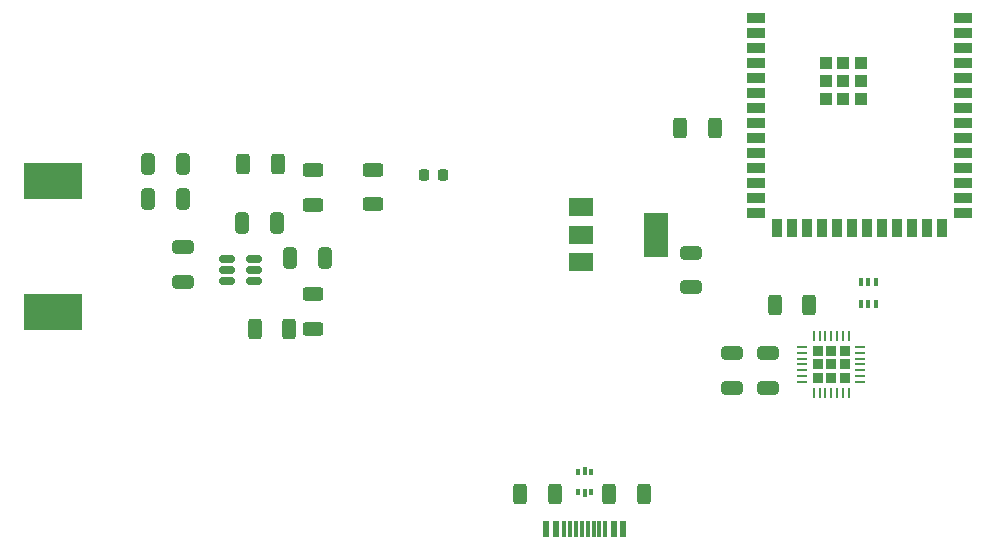
<source format=gbr>
%TF.GenerationSoftware,KiCad,Pcbnew,7.0.7*%
%TF.CreationDate,2024-02-08T23:22:07+01:00*%
%TF.ProjectId,balancing_robot,62616c61-6e63-4696-9e67-5f726f626f74,rev?*%
%TF.SameCoordinates,Original*%
%TF.FileFunction,Paste,Top*%
%TF.FilePolarity,Positive*%
%FSLAX46Y46*%
G04 Gerber Fmt 4.6, Leading zero omitted, Abs format (unit mm)*
G04 Created by KiCad (PCBNEW 7.0.7) date 2024-02-08 23:22:07*
%MOMM*%
%LPD*%
G01*
G04 APERTURE LIST*
G04 Aperture macros list*
%AMRoundRect*
0 Rectangle with rounded corners*
0 $1 Rounding radius*
0 $2 $3 $4 $5 $6 $7 $8 $9 X,Y pos of 4 corners*
0 Add a 4 corners polygon primitive as box body*
4,1,4,$2,$3,$4,$5,$6,$7,$8,$9,$2,$3,0*
0 Add four circle primitives for the rounded corners*
1,1,$1+$1,$2,$3*
1,1,$1+$1,$4,$5*
1,1,$1+$1,$6,$7*
1,1,$1+$1,$8,$9*
0 Add four rect primitives between the rounded corners*
20,1,$1+$1,$2,$3,$4,$5,0*
20,1,$1+$1,$4,$5,$6,$7,0*
20,1,$1+$1,$6,$7,$8,$9,0*
20,1,$1+$1,$8,$9,$2,$3,0*%
G04 Aperture macros list end*
%ADD10R,0.400000X0.650000*%
%ADD11RoundRect,0.250000X-0.650000X0.325000X-0.650000X-0.325000X0.650000X-0.325000X0.650000X0.325000X0*%
%ADD12RoundRect,0.250000X-0.312500X-0.625000X0.312500X-0.625000X0.312500X0.625000X-0.312500X0.625000X0*%
%ADD13R,0.600000X1.450000*%
%ADD14R,0.300000X1.450000*%
%ADD15RoundRect,0.218750X-0.218750X-0.256250X0.218750X-0.256250X0.218750X0.256250X-0.218750X0.256250X0*%
%ADD16RoundRect,0.250000X0.650000X-0.325000X0.650000X0.325000X-0.650000X0.325000X-0.650000X-0.325000X0*%
%ADD17RoundRect,0.250000X-0.325000X-0.650000X0.325000X-0.650000X0.325000X0.650000X-0.325000X0.650000X0*%
%ADD18RoundRect,0.250000X0.312500X0.625000X-0.312500X0.625000X-0.312500X-0.625000X0.312500X-0.625000X0*%
%ADD19RoundRect,0.250000X0.625000X-0.312500X0.625000X0.312500X-0.625000X0.312500X-0.625000X-0.312500X0*%
%ADD20RoundRect,0.250000X-0.625000X0.312500X-0.625000X-0.312500X0.625000X-0.312500X0.625000X0.312500X0*%
%ADD21R,5.000000X3.100000*%
%ADD22RoundRect,0.250000X0.325000X0.650000X-0.325000X0.650000X-0.325000X-0.650000X0.325000X-0.650000X0*%
%ADD23R,1.500000X0.900000*%
%ADD24R,0.900000X1.500000*%
%ADD25R,1.000000X1.000000*%
%ADD26R,2.000000X1.500000*%
%ADD27R,2.000000X3.800000*%
%ADD28R,0.375000X0.500000*%
%ADD29R,0.300000X0.650000*%
%ADD30RoundRect,0.225000X-0.225000X0.225000X-0.225000X-0.225000X0.225000X-0.225000X0.225000X0.225000X0*%
%ADD31RoundRect,0.062500X-0.062500X0.337500X-0.062500X-0.337500X0.062500X-0.337500X0.062500X0.337500X0*%
%ADD32RoundRect,0.062500X-0.337500X0.062500X-0.337500X-0.062500X0.337500X-0.062500X0.337500X0.062500X0*%
%ADD33RoundRect,0.150000X-0.512500X-0.150000X0.512500X-0.150000X0.512500X0.150000X-0.512500X0.150000X0*%
G04 APERTURE END LIST*
D10*
%TO.C,Q1*%
X169350000Y-92900000D03*
X170000000Y-92900000D03*
X170650000Y-92900000D03*
X170650000Y-91000000D03*
X170000000Y-91000000D03*
X169350000Y-91000000D03*
%TD*%
D11*
%TO.C,C2*%
X158500000Y-97000000D03*
X158500000Y-99950000D03*
%TD*%
D12*
%TO.C,R2*%
X148075000Y-109000000D03*
X151000000Y-109000000D03*
%TD*%
D11*
%TO.C,C9*%
X161500000Y-97000000D03*
X161500000Y-99950000D03*
%TD*%
D13*
%TO.C,J2*%
X142750000Y-111955000D03*
X143550000Y-111955000D03*
D14*
X144750000Y-111955000D03*
X145750000Y-111955000D03*
X146250000Y-111955000D03*
X147250000Y-111955000D03*
D13*
X148450000Y-111955000D03*
X149250000Y-111955000D03*
X149250000Y-111955000D03*
X148450000Y-111955000D03*
D14*
X147750000Y-111955000D03*
X146750000Y-111955000D03*
X145250000Y-111955000D03*
X144250000Y-111955000D03*
D13*
X143550000Y-111955000D03*
X142750000Y-111955000D03*
%TD*%
D15*
%TO.C,FB1*%
X132425000Y-82000000D03*
X134000000Y-82000000D03*
%TD*%
D16*
%TO.C,C4*%
X112000000Y-91000000D03*
X112000000Y-88050000D03*
%TD*%
D11*
%TO.C,C5*%
X155000000Y-88525000D03*
X155000000Y-91475000D03*
%TD*%
D12*
%TO.C,R15*%
X154075000Y-78000000D03*
X157000000Y-78000000D03*
%TD*%
D17*
%TO.C,C10*%
X109050000Y-84000000D03*
X112000000Y-84000000D03*
%TD*%
D18*
%TO.C,R13*%
X120000000Y-81000000D03*
X117075000Y-81000000D03*
%TD*%
D19*
%TO.C,R5*%
X123000000Y-95000000D03*
X123000000Y-92075000D03*
%TD*%
D20*
%TO.C,R11*%
X128063184Y-81519092D03*
X128063184Y-84444092D03*
%TD*%
D21*
%TO.C,L1*%
X101000000Y-93550000D03*
X101000000Y-82450000D03*
%TD*%
D17*
%TO.C,C11*%
X109050000Y-81000000D03*
X112000000Y-81000000D03*
%TD*%
D18*
%TO.C,R3*%
X143462500Y-109000000D03*
X140537500Y-109000000D03*
%TD*%
D22*
%TO.C,C12*%
X124000000Y-89000000D03*
X121050000Y-89000000D03*
%TD*%
D19*
%TO.C,R12*%
X123000000Y-84462500D03*
X123000000Y-81537500D03*
%TD*%
D23*
%TO.C,U5*%
X160500000Y-68650000D03*
X160500000Y-69920000D03*
X160500000Y-71190000D03*
X160500000Y-72460000D03*
X160500000Y-73730000D03*
X160500000Y-75000000D03*
X160500000Y-76270000D03*
X160500000Y-77540000D03*
X160500000Y-78810000D03*
X160500000Y-80080000D03*
X160500000Y-81350000D03*
X160500000Y-82620000D03*
X160500000Y-83890000D03*
X160500000Y-85160000D03*
D24*
X162265000Y-86410000D03*
X163535000Y-86410000D03*
X164805000Y-86410000D03*
X166075000Y-86410000D03*
X167345000Y-86410000D03*
X168615000Y-86410000D03*
X169885000Y-86410000D03*
X171155000Y-86410000D03*
X172425000Y-86410000D03*
X173695000Y-86410000D03*
X174965000Y-86410000D03*
X176235000Y-86410000D03*
D23*
X178000000Y-85160000D03*
X178000000Y-83890000D03*
X178000000Y-82620000D03*
X178000000Y-81350000D03*
X178000000Y-80080000D03*
X178000000Y-78810000D03*
X178000000Y-77540000D03*
X178000000Y-76270000D03*
X178000000Y-75000000D03*
X178000000Y-73730000D03*
X178000000Y-72460000D03*
X178000000Y-71190000D03*
X178000000Y-69920000D03*
X178000000Y-68650000D03*
D25*
X166390000Y-72500000D03*
X166390000Y-74000000D03*
X166390000Y-74000000D03*
X166390000Y-75500000D03*
X167890000Y-72500000D03*
X167890000Y-72500000D03*
X167890000Y-74000000D03*
X167890000Y-75500000D03*
X169390000Y-72500000D03*
X169390000Y-74000000D03*
X169390000Y-75500000D03*
%TD*%
D26*
%TO.C,U1*%
X145700000Y-84700000D03*
X145700000Y-87000000D03*
D27*
X152000000Y-87000000D03*
D26*
X145700000Y-89300000D03*
%TD*%
D28*
%TO.C,U2*%
X146537500Y-107075000D03*
D29*
X146000000Y-107000000D03*
D28*
X145462500Y-107075000D03*
X145462500Y-108775000D03*
D29*
X146000000Y-108850000D03*
D28*
X146537500Y-108775000D03*
%TD*%
D30*
%TO.C,U4*%
X168000000Y-96880000D03*
X166880000Y-96880000D03*
X165760000Y-96880000D03*
X168000000Y-98000000D03*
X166880000Y-98000000D03*
X165760000Y-98000000D03*
X168000000Y-99120000D03*
X166880000Y-99120000D03*
X165760000Y-99120000D03*
D31*
X168380000Y-95550000D03*
X167880000Y-95550000D03*
X167380000Y-95550000D03*
X166880000Y-95550000D03*
X166380000Y-95550000D03*
X165880000Y-95550000D03*
X165380000Y-95550000D03*
D32*
X164430000Y-96500000D03*
X164430000Y-97000000D03*
X164430000Y-97500000D03*
X164430000Y-98000000D03*
X164430000Y-98500000D03*
X164430000Y-99000000D03*
X164430000Y-99500000D03*
D31*
X165380000Y-100450000D03*
X165880000Y-100450000D03*
X166380000Y-100450000D03*
X166880000Y-100450000D03*
X167380000Y-100450000D03*
X167880000Y-100450000D03*
X168380000Y-100450000D03*
D32*
X169330000Y-99500000D03*
X169330000Y-99000000D03*
X169330000Y-98500000D03*
X169330000Y-98000000D03*
X169330000Y-97500000D03*
X169330000Y-97000000D03*
X169330000Y-96500000D03*
%TD*%
D22*
%TO.C,C8*%
X119950000Y-86000000D03*
X117000000Y-86000000D03*
%TD*%
D18*
%TO.C,R8*%
X165000000Y-93000000D03*
X162075000Y-93000000D03*
%TD*%
D33*
%TO.C,U3*%
X115725000Y-89050000D03*
X115725000Y-90000000D03*
X115725000Y-90950000D03*
X118000000Y-90950000D03*
X118000000Y-90000000D03*
X118000000Y-89050000D03*
%TD*%
D12*
%TO.C,R4*%
X118075000Y-95000000D03*
X121000000Y-95000000D03*
%TD*%
M02*

</source>
